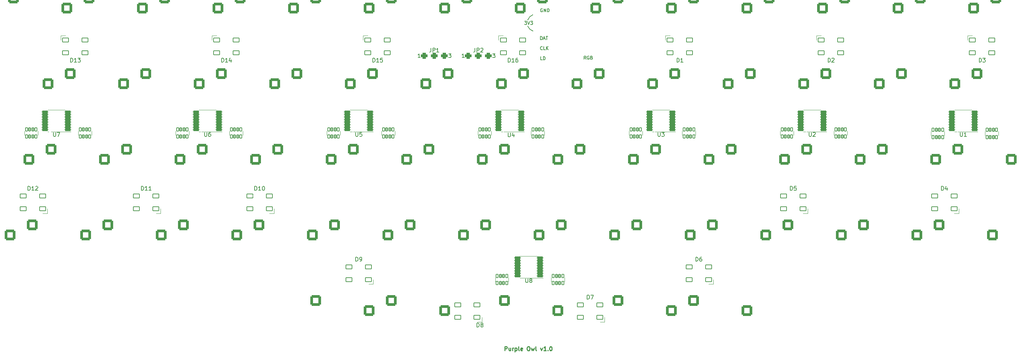
<source format=gbr>
%TF.GenerationSoftware,KiCad,Pcbnew,(6.0.6-0)*%
%TF.CreationDate,2022-08-16T09:08:47-07:00*%
%TF.ProjectId,purple-owl,70757270-6c65-42d6-9f77-6c2e6b696361,1.0*%
%TF.SameCoordinates,Original*%
%TF.FileFunction,Legend,Top*%
%TF.FilePolarity,Positive*%
%FSLAX46Y46*%
G04 Gerber Fmt 4.6, Leading zero omitted, Abs format (unit mm)*
G04 Created by KiCad (PCBNEW (6.0.6-0)) date 2022-08-16 09:08:47*
%MOMM*%
%LPD*%
G01*
G04 APERTURE LIST*
G04 Aperture macros list*
%AMRoundRect*
0 Rectangle with rounded corners*
0 $1 Rounding radius*
0 $2 $3 $4 $5 $6 $7 $8 $9 X,Y pos of 4 corners*
0 Add a 4 corners polygon primitive as box body*
4,1,4,$2,$3,$4,$5,$6,$7,$8,$9,$2,$3,0*
0 Add four circle primitives for the rounded corners*
1,1,$1+$1,$2,$3*
1,1,$1+$1,$4,$5*
1,1,$1+$1,$6,$7*
1,1,$1+$1,$8,$9*
0 Add four rect primitives between the rounded corners*
20,1,$1+$1,$2,$3,$4,$5,0*
20,1,$1+$1,$4,$5,$6,$7,0*
20,1,$1+$1,$6,$7,$8,$9,0*
20,1,$1+$1,$8,$9,$2,$3,0*%
G04 Aperture macros list end*
%ADD10C,0.152400*%
%ADD11C,0.228600*%
%ADD12C,0.150000*%
%ADD13C,0.120000*%
%ADD14C,1.600000*%
%ADD15RoundRect,0.100000X-0.250000X0.400000X-0.250000X-0.400000X0.250000X-0.400000X0.250000X0.400000X0*%
%ADD16RoundRect,0.100000X-0.200000X0.400000X-0.200000X-0.400000X0.200000X-0.400000X0.200000X0.400000X0*%
%ADD17C,3.248000*%
%ADD18C,1.901800*%
%ADD19C,4.187800*%
%ADD20RoundRect,0.354000X-1.016000X-1.016000X1.016000X-1.016000X1.016000X1.016000X-1.016000X1.016000X0*%
%ADD21RoundRect,0.200000X0.637500X0.100000X-0.637500X0.100000X-0.637500X-0.100000X0.637500X-0.100000X0*%
%ADD22RoundRect,0.100000X-0.750000X-0.500000X0.750000X-0.500000X0.750000X0.500000X-0.750000X0.500000X0*%
%ADD23RoundRect,0.450000X0.400000X-0.350000X0.400000X0.350000X-0.400000X0.350000X-0.400000X-0.350000X0*%
%ADD24RoundRect,0.100000X0.750000X0.500000X-0.750000X0.500000X-0.750000X-0.500000X0.750000X-0.500000X0*%
%ADD25RoundRect,0.100000X0.250000X-0.400000X0.250000X0.400000X-0.250000X0.400000X-0.250000X-0.400000X0*%
%ADD26RoundRect,0.100000X0.200000X-0.400000X0.200000X0.400000X-0.200000X0.400000X-0.200000X-0.400000X0*%
%ADD27C,0.800000*%
G04 APERTURE END LIST*
D10*
X210583264Y-94402926D02*
G75*
G03*
X209296000Y-95758000I871736J-2117074D01*
G01*
X209263835Y-97255783D02*
G75*
G03*
X210618874Y-98543061I2117065J871683D01*
G01*
D11*
X203520523Y-179021619D02*
X203520523Y-178005619D01*
X203907571Y-178005619D01*
X204004333Y-178054000D01*
X204052714Y-178102380D01*
X204101095Y-178199142D01*
X204101095Y-178344285D01*
X204052714Y-178441047D01*
X204004333Y-178489428D01*
X203907571Y-178537809D01*
X203520523Y-178537809D01*
X204971952Y-178344285D02*
X204971952Y-179021619D01*
X204536523Y-178344285D02*
X204536523Y-178876476D01*
X204584904Y-178973238D01*
X204681666Y-179021619D01*
X204826809Y-179021619D01*
X204923571Y-178973238D01*
X204971952Y-178924857D01*
X205455761Y-179021619D02*
X205455761Y-178344285D01*
X205455761Y-178537809D02*
X205504142Y-178441047D01*
X205552523Y-178392666D01*
X205649285Y-178344285D01*
X205746047Y-178344285D01*
X206084714Y-178344285D02*
X206084714Y-179360285D01*
X206084714Y-178392666D02*
X206181476Y-178344285D01*
X206375000Y-178344285D01*
X206471761Y-178392666D01*
X206520142Y-178441047D01*
X206568523Y-178537809D01*
X206568523Y-178828095D01*
X206520142Y-178924857D01*
X206471761Y-178973238D01*
X206375000Y-179021619D01*
X206181476Y-179021619D01*
X206084714Y-178973238D01*
X207149095Y-179021619D02*
X207052333Y-178973238D01*
X207003952Y-178876476D01*
X207003952Y-178005619D01*
X207923190Y-178973238D02*
X207826428Y-179021619D01*
X207632904Y-179021619D01*
X207536142Y-178973238D01*
X207487761Y-178876476D01*
X207487761Y-178489428D01*
X207536142Y-178392666D01*
X207632904Y-178344285D01*
X207826428Y-178344285D01*
X207923190Y-178392666D01*
X207971571Y-178489428D01*
X207971571Y-178586190D01*
X207487761Y-178682952D01*
X209374619Y-178005619D02*
X209568142Y-178005619D01*
X209664904Y-178054000D01*
X209761666Y-178150761D01*
X209810047Y-178344285D01*
X209810047Y-178682952D01*
X209761666Y-178876476D01*
X209664904Y-178973238D01*
X209568142Y-179021619D01*
X209374619Y-179021619D01*
X209277857Y-178973238D01*
X209181095Y-178876476D01*
X209132714Y-178682952D01*
X209132714Y-178344285D01*
X209181095Y-178150761D01*
X209277857Y-178054000D01*
X209374619Y-178005619D01*
X210148714Y-178344285D02*
X210342238Y-179021619D01*
X210535761Y-178537809D01*
X210729285Y-179021619D01*
X210922809Y-178344285D01*
X211455000Y-179021619D02*
X211358238Y-178973238D01*
X211309857Y-178876476D01*
X211309857Y-178005619D01*
X212519380Y-178344285D02*
X212761285Y-179021619D01*
X213003190Y-178344285D01*
X213922428Y-179021619D02*
X213341857Y-179021619D01*
X213632142Y-179021619D02*
X213632142Y-178005619D01*
X213535380Y-178150761D01*
X213438619Y-178247523D01*
X213341857Y-178295904D01*
X214357857Y-178924857D02*
X214406238Y-178973238D01*
X214357857Y-179021619D01*
X214309476Y-178973238D01*
X214357857Y-178924857D01*
X214357857Y-179021619D01*
X215035190Y-178005619D02*
X215131952Y-178005619D01*
X215228714Y-178054000D01*
X215277095Y-178102380D01*
X215325476Y-178199142D01*
X215373857Y-178392666D01*
X215373857Y-178634571D01*
X215325476Y-178828095D01*
X215277095Y-178924857D01*
X215228714Y-178973238D01*
X215131952Y-179021619D01*
X215035190Y-179021619D01*
X214938428Y-178973238D01*
X214890047Y-178924857D01*
X214841666Y-178828095D01*
X214793285Y-178634571D01*
X214793285Y-178392666D01*
X214841666Y-178199142D01*
X214890047Y-178102380D01*
X214938428Y-178054000D01*
X215035190Y-178005619D01*
D10*
X212994723Y-92938600D02*
X212917314Y-92899895D01*
X212801200Y-92899895D01*
X212685085Y-92938600D01*
X212607676Y-93016009D01*
X212568971Y-93093419D01*
X212530266Y-93248238D01*
X212530266Y-93364352D01*
X212568971Y-93519171D01*
X212607676Y-93596580D01*
X212685085Y-93673990D01*
X212801200Y-93712695D01*
X212878609Y-93712695D01*
X212994723Y-93673990D01*
X213033428Y-93635285D01*
X213033428Y-93364352D01*
X212878609Y-93364352D01*
X213381771Y-93712695D02*
X213381771Y-92899895D01*
X213846228Y-93712695D01*
X213846228Y-92899895D01*
X214233276Y-93712695D02*
X214233276Y-92899895D01*
X214426800Y-92899895D01*
X214542914Y-92938600D01*
X214620323Y-93016009D01*
X214659028Y-93093419D01*
X214697733Y-93248238D01*
X214697733Y-93364352D01*
X214659028Y-93519171D01*
X214620323Y-93596580D01*
X214542914Y-93673990D01*
X214426800Y-93712695D01*
X214233276Y-93712695D01*
X208543676Y-96074895D02*
X209046838Y-96074895D01*
X208775904Y-96384533D01*
X208892019Y-96384533D01*
X208969428Y-96423238D01*
X209008133Y-96461942D01*
X209046838Y-96539352D01*
X209046838Y-96732876D01*
X209008133Y-96810285D01*
X208969428Y-96848990D01*
X208892019Y-96887695D01*
X208659790Y-96887695D01*
X208582380Y-96848990D01*
X208543676Y-96810285D01*
X209279066Y-96074895D02*
X209550000Y-96887695D01*
X209820933Y-96074895D01*
X210014457Y-96074895D02*
X210517619Y-96074895D01*
X210246685Y-96384533D01*
X210362800Y-96384533D01*
X210440209Y-96423238D01*
X210478914Y-96461942D01*
X210517619Y-96539352D01*
X210517619Y-96732876D01*
X210478914Y-96810285D01*
X210440209Y-96848990D01*
X210362800Y-96887695D01*
X210130571Y-96887695D01*
X210053161Y-96848990D01*
X210014457Y-96810285D01*
X212489142Y-100697695D02*
X212489142Y-99884895D01*
X212682666Y-99884895D01*
X212798780Y-99923600D01*
X212876190Y-100001009D01*
X212914895Y-100078419D01*
X212953600Y-100233238D01*
X212953600Y-100349352D01*
X212914895Y-100504171D01*
X212876190Y-100581580D01*
X212798780Y-100658990D01*
X212682666Y-100697695D01*
X212489142Y-100697695D01*
X213263238Y-100465466D02*
X213650285Y-100465466D01*
X213185828Y-100697695D02*
X213456761Y-99884895D01*
X213727695Y-100697695D01*
X213882514Y-99884895D02*
X214346971Y-99884895D01*
X214114742Y-100697695D02*
X214114742Y-99884895D01*
X212951180Y-105777695D02*
X212564133Y-105777695D01*
X212564133Y-104964895D01*
X213222114Y-105777695D02*
X213222114Y-104964895D01*
X213415638Y-104964895D01*
X213531752Y-105003600D01*
X213609161Y-105081009D01*
X213647866Y-105158419D01*
X213686571Y-105313238D01*
X213686571Y-105429352D01*
X213647866Y-105584171D01*
X213609161Y-105661580D01*
X213531752Y-105738990D01*
X213415638Y-105777695D01*
X213222114Y-105777695D01*
X213003190Y-103160285D02*
X212964485Y-103198990D01*
X212848371Y-103237695D01*
X212770961Y-103237695D01*
X212654847Y-103198990D01*
X212577438Y-103121580D01*
X212538733Y-103044171D01*
X212500028Y-102889352D01*
X212500028Y-102773238D01*
X212538733Y-102618419D01*
X212577438Y-102541009D01*
X212654847Y-102463600D01*
X212770961Y-102424895D01*
X212848371Y-102424895D01*
X212964485Y-102463600D01*
X213003190Y-102502304D01*
X213738580Y-103237695D02*
X213351533Y-103237695D01*
X213351533Y-102424895D01*
X214009514Y-103237695D02*
X214009514Y-102424895D01*
X214473971Y-103237695D02*
X214125628Y-102773238D01*
X214473971Y-102424895D02*
X214009514Y-102889352D01*
X223974780Y-105650695D02*
X223703847Y-105263647D01*
X223510323Y-105650695D02*
X223510323Y-104837895D01*
X223819961Y-104837895D01*
X223897371Y-104876600D01*
X223936076Y-104915304D01*
X223974780Y-104992714D01*
X223974780Y-105108828D01*
X223936076Y-105186238D01*
X223897371Y-105224942D01*
X223819961Y-105263647D01*
X223510323Y-105263647D01*
X224748876Y-104876600D02*
X224671466Y-104837895D01*
X224555352Y-104837895D01*
X224439238Y-104876600D01*
X224361828Y-104954009D01*
X224323123Y-105031419D01*
X224284419Y-105186238D01*
X224284419Y-105302352D01*
X224323123Y-105457171D01*
X224361828Y-105534580D01*
X224439238Y-105611990D01*
X224555352Y-105650695D01*
X224632761Y-105650695D01*
X224748876Y-105611990D01*
X224787580Y-105573285D01*
X224787580Y-105302352D01*
X224632761Y-105302352D01*
X225406857Y-105224942D02*
X225522971Y-105263647D01*
X225561676Y-105302352D01*
X225600380Y-105379761D01*
X225600380Y-105495876D01*
X225561676Y-105573285D01*
X225522971Y-105611990D01*
X225445561Y-105650695D01*
X225135923Y-105650695D01*
X225135923Y-104837895D01*
X225406857Y-104837895D01*
X225484266Y-104876600D01*
X225522971Y-104915304D01*
X225561676Y-104992714D01*
X225561676Y-105070123D01*
X225522971Y-105147533D01*
X225484266Y-105186238D01*
X225406857Y-105224942D01*
X225135923Y-105224942D01*
D12*
%TO.C,U7*%
X89725595Y-124060380D02*
X89725595Y-124869904D01*
X89773214Y-124965142D01*
X89820833Y-125012761D01*
X89916071Y-125060380D01*
X90106547Y-125060380D01*
X90201785Y-125012761D01*
X90249404Y-124965142D01*
X90297023Y-124869904D01*
X90297023Y-124060380D01*
X90677976Y-124060380D02*
X91344642Y-124060380D01*
X90916071Y-125060380D01*
%TO.C,D10*%
X140470089Y-138636755D02*
X140470089Y-137636755D01*
X140708184Y-137636755D01*
X140851041Y-137684375D01*
X140946279Y-137779613D01*
X140993898Y-137874851D01*
X141041517Y-138065327D01*
X141041517Y-138208184D01*
X140993898Y-138398660D01*
X140946279Y-138493898D01*
X140851041Y-138589136D01*
X140708184Y-138636755D01*
X140470089Y-138636755D01*
X141993898Y-138636755D02*
X141422470Y-138636755D01*
X141708184Y-138636755D02*
X141708184Y-137636755D01*
X141612946Y-137779613D01*
X141517708Y-137874851D01*
X141422470Y-137922470D01*
X142612946Y-137636755D02*
X142708184Y-137636755D01*
X142803422Y-137684375D01*
X142851041Y-137731994D01*
X142898660Y-137827232D01*
X142946279Y-138017708D01*
X142946279Y-138255803D01*
X142898660Y-138446279D01*
X142851041Y-138541517D01*
X142803422Y-138589136D01*
X142708184Y-138636755D01*
X142612946Y-138636755D01*
X142517708Y-138589136D01*
X142470089Y-138541517D01*
X142422470Y-138446279D01*
X142374851Y-138255803D01*
X142374851Y-138017708D01*
X142422470Y-137827232D01*
X142470089Y-137731994D01*
X142517708Y-137684375D01*
X142612946Y-137636755D01*
%TO.C,JP1*%
X184904166Y-102830380D02*
X184904166Y-103544666D01*
X184856547Y-103687523D01*
X184761309Y-103782761D01*
X184618452Y-103830380D01*
X184523214Y-103830380D01*
X185380357Y-103830380D02*
X185380357Y-102830380D01*
X185761309Y-102830380D01*
X185856547Y-102878000D01*
X185904166Y-102925619D01*
X185951785Y-103020857D01*
X185951785Y-103163714D01*
X185904166Y-103258952D01*
X185856547Y-103306571D01*
X185761309Y-103354190D01*
X185380357Y-103354190D01*
X186904166Y-103830380D02*
X186332738Y-103830380D01*
X186618452Y-103830380D02*
X186618452Y-102830380D01*
X186523214Y-102973238D01*
X186427976Y-103068476D01*
X186332738Y-103116095D01*
X182213214Y-105227380D02*
X181641785Y-105227380D01*
X181927500Y-105227380D02*
X181927500Y-104227380D01*
X181832261Y-104370238D01*
X181737023Y-104465476D01*
X181641785Y-104513095D01*
X189341166Y-104227380D02*
X189960214Y-104227380D01*
X189626880Y-104608333D01*
X189769738Y-104608333D01*
X189864976Y-104655952D01*
X189912595Y-104703571D01*
X189960214Y-104798809D01*
X189960214Y-105036904D01*
X189912595Y-105132142D01*
X189864976Y-105179761D01*
X189769738Y-105227380D01*
X189484023Y-105227380D01*
X189388785Y-105179761D01*
X189341166Y-105132142D01*
%TO.C,U4*%
X204343095Y-124166380D02*
X204343095Y-124975904D01*
X204390714Y-125071142D01*
X204438333Y-125118761D01*
X204533571Y-125166380D01*
X204724047Y-125166380D01*
X204819285Y-125118761D01*
X204866904Y-125071142D01*
X204914523Y-124975904D01*
X204914523Y-124166380D01*
X205819285Y-124499714D02*
X205819285Y-125166380D01*
X205581190Y-124118761D02*
X205343095Y-124833047D01*
X205962142Y-124833047D01*
%TO.C,U5*%
X165925595Y-124060380D02*
X165925595Y-124869904D01*
X165973214Y-124965142D01*
X166020833Y-125012761D01*
X166116071Y-125060380D01*
X166306547Y-125060380D01*
X166401785Y-125012761D01*
X166449404Y-124965142D01*
X166497023Y-124869904D01*
X166497023Y-124060380D01*
X167449404Y-124060380D02*
X166973214Y-124060380D01*
X166925595Y-124536571D01*
X166973214Y-124488952D01*
X167068452Y-124441333D01*
X167306547Y-124441333D01*
X167401785Y-124488952D01*
X167449404Y-124536571D01*
X167497023Y-124631809D01*
X167497023Y-124869904D01*
X167449404Y-124965142D01*
X167401785Y-125012761D01*
X167306547Y-125060380D01*
X167068452Y-125060380D01*
X166973214Y-125012761D01*
X166925595Y-124965142D01*
%TO.C,D15*%
X170235714Y-106346130D02*
X170235714Y-105346130D01*
X170473809Y-105346130D01*
X170616666Y-105393750D01*
X170711904Y-105488988D01*
X170759523Y-105584226D01*
X170807142Y-105774702D01*
X170807142Y-105917559D01*
X170759523Y-106108035D01*
X170711904Y-106203273D01*
X170616666Y-106298511D01*
X170473809Y-106346130D01*
X170235714Y-106346130D01*
X171759523Y-106346130D02*
X171188095Y-106346130D01*
X171473809Y-106346130D02*
X171473809Y-105346130D01*
X171378571Y-105488988D01*
X171283333Y-105584226D01*
X171188095Y-105631845D01*
X172664285Y-105346130D02*
X172188095Y-105346130D01*
X172140476Y-105822321D01*
X172188095Y-105774702D01*
X172283333Y-105727083D01*
X172521428Y-105727083D01*
X172616666Y-105774702D01*
X172664285Y-105822321D01*
X172711904Y-105917559D01*
X172711904Y-106155654D01*
X172664285Y-106250892D01*
X172616666Y-106298511D01*
X172521428Y-106346130D01*
X172283333Y-106346130D01*
X172188095Y-106298511D01*
X172140476Y-106250892D01*
%TO.C,U1*%
X318325595Y-124060380D02*
X318325595Y-124869904D01*
X318373214Y-124965142D01*
X318420833Y-125012761D01*
X318516071Y-125060380D01*
X318706547Y-125060380D01*
X318801785Y-125012761D01*
X318849404Y-124965142D01*
X318897023Y-124869904D01*
X318897023Y-124060380D01*
X319897023Y-125060380D02*
X319325595Y-125060380D01*
X319611309Y-125060380D02*
X319611309Y-124060380D01*
X319516071Y-124203238D01*
X319420833Y-124298476D01*
X319325595Y-124346095D01*
%TO.C,U6*%
X127825595Y-124060380D02*
X127825595Y-124869904D01*
X127873214Y-124965142D01*
X127920833Y-125012761D01*
X128016071Y-125060380D01*
X128206547Y-125060380D01*
X128301785Y-125012761D01*
X128349404Y-124965142D01*
X128397023Y-124869904D01*
X128397023Y-124060380D01*
X129301785Y-124060380D02*
X129111309Y-124060380D01*
X129016071Y-124108000D01*
X128968452Y-124155619D01*
X128873214Y-124298476D01*
X128825595Y-124488952D01*
X128825595Y-124869904D01*
X128873214Y-124965142D01*
X128920833Y-125012761D01*
X129016071Y-125060380D01*
X129206547Y-125060380D01*
X129301785Y-125012761D01*
X129349404Y-124965142D01*
X129397023Y-124869904D01*
X129397023Y-124631809D01*
X129349404Y-124536571D01*
X129301785Y-124488952D01*
X129206547Y-124441333D01*
X129016071Y-124441333D01*
X128920833Y-124488952D01*
X128873214Y-124536571D01*
X128825595Y-124631809D01*
%TO.C,D12*%
X83320089Y-138636755D02*
X83320089Y-137636755D01*
X83558184Y-137636755D01*
X83701041Y-137684375D01*
X83796279Y-137779613D01*
X83843898Y-137874851D01*
X83891517Y-138065327D01*
X83891517Y-138208184D01*
X83843898Y-138398660D01*
X83796279Y-138493898D01*
X83701041Y-138589136D01*
X83558184Y-138636755D01*
X83320089Y-138636755D01*
X84843898Y-138636755D02*
X84272470Y-138636755D01*
X84558184Y-138636755D02*
X84558184Y-137636755D01*
X84462946Y-137779613D01*
X84367708Y-137874851D01*
X84272470Y-137922470D01*
X85224851Y-137731994D02*
X85272470Y-137684375D01*
X85367708Y-137636755D01*
X85605803Y-137636755D01*
X85701041Y-137684375D01*
X85748660Y-137731994D01*
X85796279Y-137827232D01*
X85796279Y-137922470D01*
X85748660Y-138065327D01*
X85177232Y-138636755D01*
X85796279Y-138636755D01*
%TO.C,D4*%
X313586904Y-138636755D02*
X313586904Y-137636755D01*
X313825000Y-137636755D01*
X313967857Y-137684375D01*
X314063095Y-137779613D01*
X314110714Y-137874851D01*
X314158333Y-138065327D01*
X314158333Y-138208184D01*
X314110714Y-138398660D01*
X314063095Y-138493898D01*
X313967857Y-138589136D01*
X313825000Y-138636755D01*
X313586904Y-138636755D01*
X315015476Y-137970089D02*
X315015476Y-138636755D01*
X314777380Y-137589136D02*
X314539285Y-138303422D01*
X315158333Y-138303422D01*
%TO.C,D9*%
X165949404Y-156496130D02*
X165949404Y-155496130D01*
X166187500Y-155496130D01*
X166330357Y-155543750D01*
X166425595Y-155638988D01*
X166473214Y-155734226D01*
X166520833Y-155924702D01*
X166520833Y-156067559D01*
X166473214Y-156258035D01*
X166425595Y-156353273D01*
X166330357Y-156448511D01*
X166187500Y-156496130D01*
X165949404Y-156496130D01*
X166997023Y-156496130D02*
X167187500Y-156496130D01*
X167282738Y-156448511D01*
X167330357Y-156400892D01*
X167425595Y-156258035D01*
X167473214Y-156067559D01*
X167473214Y-155686607D01*
X167425595Y-155591369D01*
X167377976Y-155543750D01*
X167282738Y-155496130D01*
X167092261Y-155496130D01*
X166997023Y-155543750D01*
X166949404Y-155591369D01*
X166901785Y-155686607D01*
X166901785Y-155924702D01*
X166949404Y-156019940D01*
X166997023Y-156067559D01*
X167092261Y-156115178D01*
X167282738Y-156115178D01*
X167377976Y-156067559D01*
X167425595Y-156019940D01*
X167473214Y-155924702D01*
%TO.C,D2*%
X285011904Y-106346130D02*
X285011904Y-105346130D01*
X285250000Y-105346130D01*
X285392857Y-105393750D01*
X285488095Y-105488988D01*
X285535714Y-105584226D01*
X285583333Y-105774702D01*
X285583333Y-105917559D01*
X285535714Y-106108035D01*
X285488095Y-106203273D01*
X285392857Y-106298511D01*
X285250000Y-106346130D01*
X285011904Y-106346130D01*
X285964285Y-105441369D02*
X286011904Y-105393750D01*
X286107142Y-105346130D01*
X286345238Y-105346130D01*
X286440476Y-105393750D01*
X286488095Y-105441369D01*
X286535714Y-105536607D01*
X286535714Y-105631845D01*
X286488095Y-105774702D01*
X285916666Y-106346130D01*
X286535714Y-106346130D01*
%TO.C,D3*%
X323111904Y-106346130D02*
X323111904Y-105346130D01*
X323350000Y-105346130D01*
X323492857Y-105393750D01*
X323588095Y-105488988D01*
X323635714Y-105584226D01*
X323683333Y-105774702D01*
X323683333Y-105917559D01*
X323635714Y-106108035D01*
X323588095Y-106203273D01*
X323492857Y-106298511D01*
X323350000Y-106346130D01*
X323111904Y-106346130D01*
X324016666Y-105346130D02*
X324635714Y-105346130D01*
X324302380Y-105727083D01*
X324445238Y-105727083D01*
X324540476Y-105774702D01*
X324588095Y-105822321D01*
X324635714Y-105917559D01*
X324635714Y-106155654D01*
X324588095Y-106250892D01*
X324540476Y-106298511D01*
X324445238Y-106346130D01*
X324159523Y-106346130D01*
X324064285Y-106298511D01*
X324016666Y-106250892D01*
%TO.C,D11*%
X111895089Y-138636755D02*
X111895089Y-137636755D01*
X112133184Y-137636755D01*
X112276041Y-137684375D01*
X112371279Y-137779613D01*
X112418898Y-137874851D01*
X112466517Y-138065327D01*
X112466517Y-138208184D01*
X112418898Y-138398660D01*
X112371279Y-138493898D01*
X112276041Y-138589136D01*
X112133184Y-138636755D01*
X111895089Y-138636755D01*
X113418898Y-138636755D02*
X112847470Y-138636755D01*
X113133184Y-138636755D02*
X113133184Y-137636755D01*
X113037946Y-137779613D01*
X112942708Y-137874851D01*
X112847470Y-137922470D01*
X114371279Y-138636755D02*
X113799851Y-138636755D01*
X114085565Y-138636755D02*
X114085565Y-137636755D01*
X113990327Y-137779613D01*
X113895089Y-137874851D01*
X113799851Y-137922470D01*
%TO.C,D7*%
X224290029Y-166021130D02*
X224290029Y-165021130D01*
X224528125Y-165021130D01*
X224670982Y-165068750D01*
X224766220Y-165163988D01*
X224813839Y-165259226D01*
X224861458Y-165449702D01*
X224861458Y-165592559D01*
X224813839Y-165783035D01*
X224766220Y-165878273D01*
X224670982Y-165973511D01*
X224528125Y-166021130D01*
X224290029Y-166021130D01*
X225194791Y-165021130D02*
X225861458Y-165021130D01*
X225432886Y-166021130D01*
%TO.C,JP2*%
X196016666Y-102830380D02*
X196016666Y-103544666D01*
X195969047Y-103687523D01*
X195873809Y-103782761D01*
X195730952Y-103830380D01*
X195635714Y-103830380D01*
X196492857Y-103830380D02*
X196492857Y-102830380D01*
X196873809Y-102830380D01*
X196969047Y-102878000D01*
X197016666Y-102925619D01*
X197064285Y-103020857D01*
X197064285Y-103163714D01*
X197016666Y-103258952D01*
X196969047Y-103306571D01*
X196873809Y-103354190D01*
X196492857Y-103354190D01*
X197445238Y-102925619D02*
X197492857Y-102878000D01*
X197588095Y-102830380D01*
X197826190Y-102830380D01*
X197921428Y-102878000D01*
X197969047Y-102925619D01*
X198016666Y-103020857D01*
X198016666Y-103116095D01*
X197969047Y-103258952D01*
X197397619Y-103830380D01*
X198016666Y-103830380D01*
X200453666Y-104227380D02*
X201072714Y-104227380D01*
X200739380Y-104608333D01*
X200882238Y-104608333D01*
X200977476Y-104655952D01*
X201025095Y-104703571D01*
X201072714Y-104798809D01*
X201072714Y-105036904D01*
X201025095Y-105132142D01*
X200977476Y-105179761D01*
X200882238Y-105227380D01*
X200596523Y-105227380D01*
X200501285Y-105179761D01*
X200453666Y-105132142D01*
X193325714Y-105227380D02*
X192754285Y-105227380D01*
X193040000Y-105227380D02*
X193040000Y-104227380D01*
X192944761Y-104370238D01*
X192849523Y-104465476D01*
X192754285Y-104513095D01*
%TO.C,U8*%
X208788095Y-160858630D02*
X208788095Y-161668154D01*
X208835714Y-161763392D01*
X208883333Y-161811011D01*
X208978571Y-161858630D01*
X209169047Y-161858630D01*
X209264285Y-161811011D01*
X209311904Y-161763392D01*
X209359523Y-161668154D01*
X209359523Y-160858630D01*
X209978571Y-161287202D02*
X209883333Y-161239583D01*
X209835714Y-161191964D01*
X209788095Y-161096726D01*
X209788095Y-161049107D01*
X209835714Y-160953869D01*
X209883333Y-160906250D01*
X209978571Y-160858630D01*
X210169047Y-160858630D01*
X210264285Y-160906250D01*
X210311904Y-160953869D01*
X210359523Y-161049107D01*
X210359523Y-161096726D01*
X210311904Y-161191964D01*
X210264285Y-161239583D01*
X210169047Y-161287202D01*
X209978571Y-161287202D01*
X209883333Y-161334821D01*
X209835714Y-161382440D01*
X209788095Y-161477678D01*
X209788095Y-161668154D01*
X209835714Y-161763392D01*
X209883333Y-161811011D01*
X209978571Y-161858630D01*
X210169047Y-161858630D01*
X210264285Y-161811011D01*
X210311904Y-161763392D01*
X210359523Y-161668154D01*
X210359523Y-161477678D01*
X210311904Y-161382440D01*
X210264285Y-161334821D01*
X210169047Y-161287202D01*
%TO.C,D13*%
X94035714Y-106346130D02*
X94035714Y-105346130D01*
X94273809Y-105346130D01*
X94416666Y-105393750D01*
X94511904Y-105488988D01*
X94559523Y-105584226D01*
X94607142Y-105774702D01*
X94607142Y-105917559D01*
X94559523Y-106108035D01*
X94511904Y-106203273D01*
X94416666Y-106298511D01*
X94273809Y-106346130D01*
X94035714Y-106346130D01*
X95559523Y-106346130D02*
X94988095Y-106346130D01*
X95273809Y-106346130D02*
X95273809Y-105346130D01*
X95178571Y-105488988D01*
X95083333Y-105584226D01*
X94988095Y-105631845D01*
X95892857Y-105346130D02*
X96511904Y-105346130D01*
X96178571Y-105727083D01*
X96321428Y-105727083D01*
X96416666Y-105774702D01*
X96464285Y-105822321D01*
X96511904Y-105917559D01*
X96511904Y-106155654D01*
X96464285Y-106250892D01*
X96416666Y-106298511D01*
X96321428Y-106346130D01*
X96035714Y-106346130D01*
X95940476Y-106298511D01*
X95892857Y-106250892D01*
%TO.C,D16*%
X204366964Y-106346130D02*
X204366964Y-105346130D01*
X204605059Y-105346130D01*
X204747916Y-105393750D01*
X204843154Y-105488988D01*
X204890773Y-105584226D01*
X204938392Y-105774702D01*
X204938392Y-105917559D01*
X204890773Y-106108035D01*
X204843154Y-106203273D01*
X204747916Y-106298511D01*
X204605059Y-106346130D01*
X204366964Y-106346130D01*
X205890773Y-106346130D02*
X205319345Y-106346130D01*
X205605059Y-106346130D02*
X205605059Y-105346130D01*
X205509821Y-105488988D01*
X205414583Y-105584226D01*
X205319345Y-105631845D01*
X206747916Y-105346130D02*
X206557440Y-105346130D01*
X206462202Y-105393750D01*
X206414583Y-105441369D01*
X206319345Y-105584226D01*
X206271726Y-105774702D01*
X206271726Y-106155654D01*
X206319345Y-106250892D01*
X206366964Y-106298511D01*
X206462202Y-106346130D01*
X206652678Y-106346130D01*
X206747916Y-106298511D01*
X206795535Y-106250892D01*
X206843154Y-106155654D01*
X206843154Y-105917559D01*
X206795535Y-105822321D01*
X206747916Y-105774702D01*
X206652678Y-105727083D01*
X206462202Y-105727083D01*
X206366964Y-105774702D01*
X206319345Y-105822321D01*
X206271726Y-105917559D01*
%TO.C,D5*%
X275486904Y-138636755D02*
X275486904Y-137636755D01*
X275725000Y-137636755D01*
X275867857Y-137684375D01*
X275963095Y-137779613D01*
X276010714Y-137874851D01*
X276058333Y-138065327D01*
X276058333Y-138208184D01*
X276010714Y-138398660D01*
X275963095Y-138493898D01*
X275867857Y-138589136D01*
X275725000Y-138636755D01*
X275486904Y-138636755D01*
X276963095Y-137636755D02*
X276486904Y-137636755D01*
X276439285Y-138112946D01*
X276486904Y-138065327D01*
X276582142Y-138017708D01*
X276820238Y-138017708D01*
X276915476Y-138065327D01*
X276963095Y-138112946D01*
X277010714Y-138208184D01*
X277010714Y-138446279D01*
X276963095Y-138541517D01*
X276915476Y-138589136D01*
X276820238Y-138636755D01*
X276582142Y-138636755D01*
X276486904Y-138589136D01*
X276439285Y-138541517D01*
%TO.C,U3*%
X242125595Y-124060380D02*
X242125595Y-124869904D01*
X242173214Y-124965142D01*
X242220833Y-125012761D01*
X242316071Y-125060380D01*
X242506547Y-125060380D01*
X242601785Y-125012761D01*
X242649404Y-124965142D01*
X242697023Y-124869904D01*
X242697023Y-124060380D01*
X243077976Y-124060380D02*
X243697023Y-124060380D01*
X243363690Y-124441333D01*
X243506547Y-124441333D01*
X243601785Y-124488952D01*
X243649404Y-124536571D01*
X243697023Y-124631809D01*
X243697023Y-124869904D01*
X243649404Y-124965142D01*
X243601785Y-125012761D01*
X243506547Y-125060380D01*
X243220833Y-125060380D01*
X243125595Y-125012761D01*
X243077976Y-124965142D01*
%TO.C,D1*%
X246911904Y-106346130D02*
X246911904Y-105346130D01*
X247150000Y-105346130D01*
X247292857Y-105393750D01*
X247388095Y-105488988D01*
X247435714Y-105584226D01*
X247483333Y-105774702D01*
X247483333Y-105917559D01*
X247435714Y-106108035D01*
X247388095Y-106203273D01*
X247292857Y-106298511D01*
X247150000Y-106346130D01*
X246911904Y-106346130D01*
X248435714Y-106346130D02*
X247864285Y-106346130D01*
X248150000Y-106346130D02*
X248150000Y-105346130D01*
X248054761Y-105488988D01*
X247959523Y-105584226D01*
X247864285Y-105631845D01*
%TO.C,U2*%
X280225595Y-124060380D02*
X280225595Y-124869904D01*
X280273214Y-124965142D01*
X280320833Y-125012761D01*
X280416071Y-125060380D01*
X280606547Y-125060380D01*
X280701785Y-125012761D01*
X280749404Y-124965142D01*
X280797023Y-124869904D01*
X280797023Y-124060380D01*
X281225595Y-124155619D02*
X281273214Y-124108000D01*
X281368452Y-124060380D01*
X281606547Y-124060380D01*
X281701785Y-124108000D01*
X281749404Y-124155619D01*
X281797023Y-124250857D01*
X281797023Y-124346095D01*
X281749404Y-124488952D01*
X281177976Y-125060380D01*
X281797023Y-125060380D01*
%TO.C,D6*%
X251674404Y-156496130D02*
X251674404Y-155496130D01*
X251912500Y-155496130D01*
X252055357Y-155543750D01*
X252150595Y-155638988D01*
X252198214Y-155734226D01*
X252245833Y-155924702D01*
X252245833Y-156067559D01*
X252198214Y-156258035D01*
X252150595Y-156353273D01*
X252055357Y-156448511D01*
X251912500Y-156496130D01*
X251674404Y-156496130D01*
X253102976Y-155496130D02*
X252912500Y-155496130D01*
X252817261Y-155543750D01*
X252769642Y-155591369D01*
X252674404Y-155734226D01*
X252626785Y-155924702D01*
X252626785Y-156305654D01*
X252674404Y-156400892D01*
X252722023Y-156448511D01*
X252817261Y-156496130D01*
X253007738Y-156496130D01*
X253102976Y-156448511D01*
X253150595Y-156400892D01*
X253198214Y-156305654D01*
X253198214Y-156067559D01*
X253150595Y-155972321D01*
X253102976Y-155924702D01*
X253007738Y-155877083D01*
X252817261Y-155877083D01*
X252722023Y-155924702D01*
X252674404Y-155972321D01*
X252626785Y-156067559D01*
%TO.C,D8*%
X196508779Y-173093005D02*
X196508779Y-172093005D01*
X196746875Y-172093005D01*
X196889732Y-172140625D01*
X196984970Y-172235863D01*
X197032589Y-172331101D01*
X197080208Y-172521577D01*
X197080208Y-172664434D01*
X197032589Y-172854910D01*
X196984970Y-172950148D01*
X196889732Y-173045386D01*
X196746875Y-173093005D01*
X196508779Y-173093005D01*
X197651636Y-172521577D02*
X197556398Y-172473958D01*
X197508779Y-172426339D01*
X197461160Y-172331101D01*
X197461160Y-172283482D01*
X197508779Y-172188244D01*
X197556398Y-172140625D01*
X197651636Y-172093005D01*
X197842113Y-172093005D01*
X197937351Y-172140625D01*
X197984970Y-172188244D01*
X198032589Y-172283482D01*
X198032589Y-172331101D01*
X197984970Y-172426339D01*
X197937351Y-172473958D01*
X197842113Y-172521577D01*
X197651636Y-172521577D01*
X197556398Y-172569196D01*
X197508779Y-172616815D01*
X197461160Y-172712053D01*
X197461160Y-172902529D01*
X197508779Y-172997767D01*
X197556398Y-173045386D01*
X197651636Y-173093005D01*
X197842113Y-173093005D01*
X197937351Y-173045386D01*
X197984970Y-172997767D01*
X198032589Y-172902529D01*
X198032589Y-172712053D01*
X197984970Y-172616815D01*
X197937351Y-172569196D01*
X197842113Y-172521577D01*
%TO.C,D14*%
X132135714Y-106346130D02*
X132135714Y-105346130D01*
X132373809Y-105346130D01*
X132516666Y-105393750D01*
X132611904Y-105488988D01*
X132659523Y-105584226D01*
X132707142Y-105774702D01*
X132707142Y-105917559D01*
X132659523Y-106108035D01*
X132611904Y-106203273D01*
X132516666Y-106298511D01*
X132373809Y-106346130D01*
X132135714Y-106346130D01*
X133659523Y-106346130D02*
X133088095Y-106346130D01*
X133373809Y-106346130D02*
X133373809Y-105346130D01*
X133278571Y-105488988D01*
X133183333Y-105584226D01*
X133088095Y-105631845D01*
X134516666Y-105679464D02*
X134516666Y-106346130D01*
X134278571Y-105298511D02*
X134040476Y-106012797D01*
X134659523Y-106012797D01*
D13*
%TO.C,RN6*%
X234857500Y-124721875D02*
X234857500Y-123721875D01*
X238217500Y-124721875D02*
X238217500Y-123721875D01*
%TO.C,U7*%
X90487500Y-123893000D02*
X94087500Y-123893000D01*
X90487500Y-118423000D02*
X92687500Y-118423000D01*
X90487500Y-118423000D02*
X88287500Y-118423000D01*
X90487500Y-123893000D02*
X88287500Y-123893000D01*
%TO.C,D10*%
X145334375Y-144434375D02*
X144184375Y-144434375D01*
X145334375Y-144434375D02*
X145334375Y-143284375D01*
%TO.C,U4*%
X204787500Y-118423000D02*
X202587500Y-118423000D01*
X204787500Y-123893000D02*
X202587500Y-123893000D01*
X204787500Y-118423000D02*
X206987500Y-118423000D01*
X204787500Y-123893000D02*
X208387500Y-123893000D01*
%TO.C,U5*%
X166687500Y-118423000D02*
X164487500Y-118423000D01*
X166687500Y-123893000D02*
X164487500Y-123893000D01*
X166687500Y-118423000D02*
X168887500Y-118423000D01*
X166687500Y-123893000D02*
X170287500Y-123893000D01*
%TO.C,D15*%
X167800000Y-99643750D02*
X168950000Y-99643750D01*
X167800000Y-99643750D02*
X167800000Y-100793750D01*
%TO.C,RN1*%
X324583000Y-123833000D02*
X324583000Y-124833000D01*
X327943000Y-123833000D02*
X327943000Y-124833000D01*
%TO.C,RN9*%
X172437000Y-123721875D02*
X172437000Y-124721875D01*
X175797000Y-123721875D02*
X175797000Y-124721875D01*
%TO.C,U1*%
X319087500Y-123893000D02*
X322687500Y-123893000D01*
X319087500Y-118423000D02*
X316887500Y-118423000D01*
X319087500Y-123893000D02*
X316887500Y-123893000D01*
X319087500Y-118423000D02*
X321287500Y-118423000D01*
%TO.C,U6*%
X128587500Y-118423000D02*
X130787500Y-118423000D01*
X128587500Y-123893000D02*
X126387500Y-123893000D01*
X128587500Y-118423000D02*
X126387500Y-118423000D01*
X128587500Y-123893000D02*
X132187500Y-123893000D01*
%TO.C,RN10*%
X162017500Y-124721875D02*
X162017500Y-123721875D01*
X158657500Y-124721875D02*
X158657500Y-123721875D01*
%TO.C,RN5*%
X251616000Y-123706000D02*
X251616000Y-124706000D01*
X248256000Y-123706000D02*
X248256000Y-124706000D01*
%TO.C,D12*%
X88184375Y-144434375D02*
X87034375Y-144434375D01*
X88184375Y-144434375D02*
X88184375Y-143284375D01*
%TO.C,D4*%
X317975000Y-144434375D02*
X316825000Y-144434375D01*
X317975000Y-144434375D02*
X317975000Y-143284375D01*
%TO.C,D9*%
X170337500Y-162293750D02*
X170337500Y-161143750D01*
X170337500Y-162293750D02*
X169187500Y-162293750D01*
%TO.C,D2*%
X282100000Y-99643750D02*
X282100000Y-100793750D01*
X282100000Y-99643750D02*
X283250000Y-99643750D01*
%TO.C,D3*%
X320200000Y-99643750D02*
X320200000Y-100793750D01*
X320200000Y-99643750D02*
X321350000Y-99643750D01*
%TO.C,RN12*%
X123917500Y-124721875D02*
X123917500Y-123721875D01*
X120557500Y-124721875D02*
X120557500Y-123721875D01*
%TO.C,D11*%
X116759375Y-144434375D02*
X115609375Y-144434375D01*
X116759375Y-144434375D02*
X116759375Y-143284375D01*
%TO.C,D7*%
X228678125Y-171818750D02*
X227528125Y-171818750D01*
X228678125Y-171818750D02*
X228678125Y-170668750D01*
%TO.C,RN11*%
X137443000Y-123721875D02*
X137443000Y-124721875D01*
X134083000Y-123721875D02*
X134083000Y-124721875D01*
%TO.C,RN7*%
X213516000Y-123721875D02*
X213516000Y-124721875D01*
X210156000Y-123721875D02*
X210156000Y-124721875D01*
%TO.C,U8*%
X209550000Y-155221250D02*
X207350000Y-155221250D01*
X209550000Y-160691250D02*
X207350000Y-160691250D01*
X209550000Y-160691250D02*
X213150000Y-160691250D01*
X209550000Y-155221250D02*
X211750000Y-155221250D01*
%TO.C,D13*%
X91600000Y-99643750D02*
X91600000Y-100793750D01*
X91600000Y-99643750D02*
X92750000Y-99643750D01*
%TO.C,RN14*%
X82457500Y-124721875D02*
X82457500Y-123721875D01*
X85817500Y-124721875D02*
X85817500Y-123721875D01*
%TO.C,D16*%
X201931250Y-99643750D02*
X201931250Y-100793750D01*
X201931250Y-99643750D02*
X203081250Y-99643750D01*
%TO.C,D5*%
X279875000Y-144434375D02*
X278725000Y-144434375D01*
X279875000Y-144434375D02*
X279875000Y-143284375D01*
%TO.C,RN8*%
X200117500Y-124721875D02*
X200117500Y-123721875D01*
X196757500Y-124721875D02*
X196757500Y-123721875D01*
%TO.C,U3*%
X242887500Y-118423000D02*
X245087500Y-118423000D01*
X242887500Y-118423000D02*
X240687500Y-118423000D01*
X242887500Y-123893000D02*
X246487500Y-123893000D01*
X242887500Y-123893000D02*
X240687500Y-123893000D01*
%TO.C,RN4*%
X276317500Y-124721875D02*
X276317500Y-123721875D01*
X272957500Y-124721875D02*
X272957500Y-123721875D01*
%TO.C,RN15*%
X215236000Y-160631250D02*
X215236000Y-161631250D01*
X218596000Y-160631250D02*
X218596000Y-161631250D01*
%TO.C,RN3*%
X286483000Y-123721875D02*
X286483000Y-124721875D01*
X289843000Y-123721875D02*
X289843000Y-124721875D01*
%TO.C,RN2*%
X314354000Y-124833000D02*
X314354000Y-123833000D01*
X310994000Y-124833000D02*
X310994000Y-123833000D01*
%TO.C,D1*%
X244000000Y-99643750D02*
X244000000Y-100793750D01*
X244000000Y-99643750D02*
X245150000Y-99643750D01*
%TO.C,RN13*%
X99343000Y-123721875D02*
X99343000Y-124721875D01*
X95983000Y-123721875D02*
X95983000Y-124721875D01*
%TO.C,RN16*%
X204483125Y-161631250D02*
X204483125Y-160631250D01*
X201123125Y-161631250D02*
X201123125Y-160631250D01*
%TO.C,U2*%
X280987500Y-118423000D02*
X278787500Y-118423000D01*
X280987500Y-123893000D02*
X284587500Y-123893000D01*
X280987500Y-118423000D02*
X283187500Y-118423000D01*
X280987500Y-123893000D02*
X278787500Y-123893000D01*
%TO.C,D6*%
X256062500Y-162293750D02*
X254912500Y-162293750D01*
X256062500Y-162293750D02*
X256062500Y-161143750D01*
%TO.C,D8*%
X197721875Y-171818750D02*
X197721875Y-170668750D01*
X197721875Y-171818750D02*
X196571875Y-171818750D01*
%TO.C,D14*%
X129700000Y-99643750D02*
X130850000Y-99643750D01*
X129700000Y-99643750D02*
X129700000Y-100793750D01*
%TD*%
%LPC*%
D14*
%TO.C,U9*%
X211455000Y-92670546D03*
X211455000Y-95210546D03*
X211455000Y-97750546D03*
X211455000Y-100290546D03*
X211455000Y-102830546D03*
X211455000Y-105370546D03*
X226695000Y-105370546D03*
X226695000Y-102830546D03*
X226695000Y-100290546D03*
X226695000Y-97750546D03*
X226695000Y-95210546D03*
%TD*%
D15*
%TO.C,RN6*%
X237737500Y-123321875D03*
D16*
X236937500Y-123321875D03*
X236137500Y-123321875D03*
D15*
X235337500Y-123321875D03*
X235337500Y-125121875D03*
D16*
X236137500Y-125121875D03*
X236937500Y-125121875D03*
D15*
X237737500Y-125121875D03*
%TD*%
D17*
%TO.C,SW36*%
X170497500Y-149860000D03*
D18*
X161607500Y-152400000D03*
D17*
X164147500Y-147320000D03*
D18*
X171767500Y-152400000D03*
D19*
X166687500Y-152400000D03*
D20*
X160591500Y-147320000D03*
X174053500Y-149860000D03*
%TD*%
D18*
%TO.C,SW32*%
X190817500Y-152400000D03*
D17*
X189547500Y-149860000D03*
X183197500Y-147320000D03*
D18*
X180657500Y-152400000D03*
D19*
X185737500Y-152400000D03*
D20*
X179641500Y-147320000D03*
X193103500Y-149860000D03*
%TD*%
D21*
%TO.C,U7*%
X93350000Y-123433000D03*
X93350000Y-122783000D03*
X93350000Y-122133000D03*
X93350000Y-121483000D03*
X93350000Y-120833000D03*
X93350000Y-120183000D03*
X93350000Y-119533000D03*
X93350000Y-118883000D03*
X87625000Y-118883000D03*
X87625000Y-119533000D03*
X87625000Y-120183000D03*
X87625000Y-120833000D03*
X87625000Y-121483000D03*
X87625000Y-122133000D03*
X87625000Y-122783000D03*
X87625000Y-123433000D03*
%TD*%
D22*
%TO.C,D10*%
X139234375Y-140084375D03*
X139234375Y-143284375D03*
X144134375Y-143284375D03*
X144134375Y-140084375D03*
%TD*%
D23*
%TO.C,JP1*%
X183197500Y-104775000D03*
X185737500Y-104775000D03*
X188277500Y-104775000D03*
%TD*%
D21*
%TO.C,U4*%
X207650000Y-123433000D03*
X207650000Y-122783000D03*
X207650000Y-122133000D03*
X207650000Y-121483000D03*
X207650000Y-120833000D03*
X207650000Y-120183000D03*
X207650000Y-119533000D03*
X207650000Y-118883000D03*
X201925000Y-118883000D03*
X201925000Y-119533000D03*
X201925000Y-120183000D03*
X201925000Y-120833000D03*
X201925000Y-121483000D03*
X201925000Y-122133000D03*
X201925000Y-122783000D03*
X201925000Y-123433000D03*
%TD*%
%TO.C,U5*%
X169550000Y-123433000D03*
X169550000Y-122783000D03*
X169550000Y-122133000D03*
X169550000Y-121483000D03*
X169550000Y-120833000D03*
X169550000Y-120183000D03*
X169550000Y-119533000D03*
X169550000Y-118883000D03*
X163825000Y-118883000D03*
X163825000Y-119533000D03*
X163825000Y-120183000D03*
X163825000Y-120833000D03*
X163825000Y-121483000D03*
X163825000Y-122133000D03*
X163825000Y-122783000D03*
X163825000Y-123433000D03*
%TD*%
D18*
%TO.C,SW29*%
X205105000Y-95250000D03*
D17*
X197485000Y-90170000D03*
D19*
X200025000Y-95250000D03*
D17*
X203835000Y-92710000D03*
D18*
X194945000Y-95250000D03*
D20*
X193929000Y-90170000D03*
X207391000Y-92710000D03*
%TD*%
D24*
%TO.C,D15*%
X173900000Y-103993750D03*
X173900000Y-100793750D03*
X169000000Y-100793750D03*
X169000000Y-103993750D03*
%TD*%
D18*
%TO.C,SW48*%
X104457500Y-152400000D03*
D19*
X109537500Y-152400000D03*
D18*
X114617500Y-152400000D03*
D17*
X106997500Y-147320000D03*
X113347500Y-149860000D03*
D20*
X103441500Y-147320000D03*
X116903500Y-149860000D03*
%TD*%
D17*
%TO.C,SW4*%
X316547500Y-147320000D03*
D18*
X324167500Y-152400000D03*
D19*
X319087500Y-152400000D03*
D18*
X314007500Y-152400000D03*
D17*
X322897500Y-149860000D03*
D20*
X312991500Y-147320000D03*
X326453500Y-149860000D03*
%TD*%
D19*
%TO.C,SW6*%
X309562500Y-114300000D03*
D17*
X307022500Y-109220000D03*
D18*
X314642500Y-114300000D03*
X304482500Y-114300000D03*
D17*
X313372500Y-111760000D03*
D20*
X303466500Y-109220000D03*
X316928500Y-111760000D03*
%TD*%
D17*
%TO.C,SW37*%
X159385000Y-90170000D03*
D18*
X156845000Y-95250000D03*
D17*
X165735000Y-92710000D03*
D19*
X161925000Y-95250000D03*
D18*
X167005000Y-95250000D03*
D20*
X155829000Y-90170000D03*
X169291000Y-92710000D03*
%TD*%
D17*
%TO.C,SW45*%
X121285000Y-90170000D03*
D18*
X118745000Y-95250000D03*
D19*
X123825000Y-95250000D03*
D18*
X128905000Y-95250000D03*
D17*
X127635000Y-92710000D03*
D20*
X117729000Y-90170000D03*
X131191000Y-92710000D03*
%TD*%
D25*
%TO.C,RN1*%
X325063000Y-125233000D03*
D26*
X325863000Y-125233000D03*
X326663000Y-125233000D03*
D25*
X327463000Y-125233000D03*
X327463000Y-123433000D03*
D26*
X326663000Y-123433000D03*
X325863000Y-123433000D03*
D25*
X325063000Y-123433000D03*
%TD*%
%TO.C,RN9*%
X172917000Y-125121875D03*
D26*
X173717000Y-125121875D03*
X174517000Y-125121875D03*
D25*
X175317000Y-125121875D03*
X175317000Y-123321875D03*
D26*
X174517000Y-123321875D03*
X173717000Y-123321875D03*
D25*
X172917000Y-123321875D03*
%TD*%
D21*
%TO.C,U1*%
X321950000Y-123433000D03*
X321950000Y-122783000D03*
X321950000Y-122133000D03*
X321950000Y-121483000D03*
X321950000Y-120833000D03*
X321950000Y-120183000D03*
X321950000Y-119533000D03*
X321950000Y-118883000D03*
X316225000Y-118883000D03*
X316225000Y-119533000D03*
X316225000Y-120183000D03*
X316225000Y-120833000D03*
X316225000Y-121483000D03*
X316225000Y-122133000D03*
X316225000Y-122783000D03*
X316225000Y-123433000D03*
%TD*%
D17*
%TO.C,SW50*%
X97472500Y-109220000D03*
D19*
X100012500Y-114300000D03*
D18*
X94932500Y-114300000D03*
D17*
X103822500Y-111760000D03*
D18*
X105092500Y-114300000D03*
D20*
X93916500Y-109220000D03*
X107378500Y-111760000D03*
%TD*%
D18*
%TO.C,SW30*%
X190182500Y-114300000D03*
D17*
X192722500Y-109220000D03*
X199072500Y-111760000D03*
D18*
X200342500Y-114300000D03*
D19*
X195262500Y-114300000D03*
D20*
X189166500Y-109220000D03*
X202628500Y-111760000D03*
%TD*%
D17*
%TO.C,SW9*%
X299085000Y-92710000D03*
X292735000Y-90170000D03*
D18*
X290195000Y-95250000D03*
D19*
X295275000Y-95250000D03*
D18*
X300355000Y-95250000D03*
D20*
X289179000Y-90170000D03*
X302641000Y-92710000D03*
%TD*%
D21*
%TO.C,U6*%
X131450000Y-123433000D03*
X131450000Y-122783000D03*
X131450000Y-122133000D03*
X131450000Y-121483000D03*
X131450000Y-120833000D03*
X131450000Y-120183000D03*
X131450000Y-119533000D03*
X131450000Y-118883000D03*
X125725000Y-118883000D03*
X125725000Y-119533000D03*
X125725000Y-120183000D03*
X125725000Y-120833000D03*
X125725000Y-121483000D03*
X125725000Y-122133000D03*
X125725000Y-122783000D03*
X125725000Y-123433000D03*
%TD*%
D15*
%TO.C,RN10*%
X161537500Y-123321875D03*
D16*
X160737500Y-123321875D03*
X159937500Y-123321875D03*
D15*
X159137500Y-123321875D03*
X159137500Y-125121875D03*
D16*
X159937500Y-125121875D03*
X160737500Y-125121875D03*
D15*
X161537500Y-125121875D03*
%TD*%
D18*
%TO.C,SW61*%
X167005000Y-171450000D03*
D19*
X161925000Y-171450000D03*
D17*
X159385000Y-166370000D03*
D18*
X156845000Y-171450000D03*
D17*
X165735000Y-168910000D03*
D20*
X155829000Y-166370000D03*
X169291000Y-168910000D03*
%TD*%
D25*
%TO.C,RN5*%
X248736000Y-125106000D03*
D26*
X249536000Y-125106000D03*
X250336000Y-125106000D03*
D25*
X251136000Y-125106000D03*
X251136000Y-123306000D03*
D26*
X250336000Y-123306000D03*
X249536000Y-123306000D03*
D25*
X248736000Y-123306000D03*
%TD*%
D18*
%TO.C,SW52*%
X95567500Y-152400000D03*
D17*
X94297500Y-149860000D03*
D19*
X90487500Y-152400000D03*
D17*
X87947500Y-147320000D03*
D18*
X85407500Y-152400000D03*
D20*
X84391500Y-147320000D03*
X97853500Y-149860000D03*
%TD*%
D17*
%TO.C,SW55*%
X73660000Y-128270000D03*
D18*
X71120000Y-133350000D03*
D17*
X80010000Y-130810000D03*
D19*
X76200000Y-133350000D03*
D18*
X81280000Y-133350000D03*
D20*
X70104000Y-128270000D03*
X83566000Y-130810000D03*
%TD*%
D18*
%TO.C,SW16*%
X256857500Y-152400000D03*
X267017500Y-152400000D03*
D19*
X261937500Y-152400000D03*
D17*
X259397500Y-147320000D03*
X265747500Y-149860000D03*
D20*
X255841500Y-147320000D03*
X269303500Y-149860000D03*
%TD*%
D19*
%TO.C,SW47*%
X114300000Y-133350000D03*
D18*
X109220000Y-133350000D03*
D17*
X118110000Y-130810000D03*
D18*
X119380000Y-133350000D03*
D17*
X111760000Y-128270000D03*
D20*
X108204000Y-128270000D03*
X121666000Y-130810000D03*
%TD*%
D22*
%TO.C,D12*%
X82084375Y-140084375D03*
X82084375Y-143284375D03*
X86984375Y-143284375D03*
X86984375Y-140084375D03*
%TD*%
D17*
%TO.C,SW56*%
X75247500Y-149860000D03*
D19*
X71437500Y-152400000D03*
D17*
X68897500Y-147320000D03*
D18*
X66357500Y-152400000D03*
X76517500Y-152400000D03*
D20*
X65341500Y-147320000D03*
X78803500Y-149860000D03*
%TD*%
D22*
%TO.C,D4*%
X311875000Y-140084375D03*
X311875000Y-143284375D03*
X316775000Y-143284375D03*
X316775000Y-140084375D03*
%TD*%
D19*
%TO.C,SW46*%
X119062500Y-114300000D03*
D18*
X113982500Y-114300000D03*
X124142500Y-114300000D03*
D17*
X116522500Y-109220000D03*
X122872500Y-111760000D03*
D20*
X112966500Y-109220000D03*
X126428500Y-111760000D03*
%TD*%
D22*
%TO.C,D9*%
X164237500Y-157943750D03*
X164237500Y-161143750D03*
X169137500Y-161143750D03*
X169137500Y-157943750D03*
%TD*%
D18*
%TO.C,SW18*%
X257492500Y-114300000D03*
D17*
X249872500Y-109220000D03*
D19*
X252412500Y-114300000D03*
D18*
X247332500Y-114300000D03*
D17*
X256222500Y-111760000D03*
D20*
X246316500Y-109220000D03*
X259778500Y-111760000D03*
%TD*%
D24*
%TO.C,D2*%
X288200000Y-103993750D03*
X288200000Y-100793750D03*
X283300000Y-100793750D03*
X283300000Y-103993750D03*
%TD*%
D18*
%TO.C,SW3*%
X318770000Y-133350000D03*
D17*
X327660000Y-130810000D03*
D18*
X328930000Y-133350000D03*
D17*
X321310000Y-128270000D03*
D19*
X323850000Y-133350000D03*
D20*
X317754000Y-128270000D03*
X331216000Y-130810000D03*
%TD*%
D24*
%TO.C,D3*%
X326300000Y-103993750D03*
X326300000Y-100793750D03*
X321400000Y-100793750D03*
X321400000Y-103993750D03*
%TD*%
D19*
%TO.C,SW58*%
X238125000Y-171450000D03*
D17*
X241935000Y-168910000D03*
X235585000Y-166370000D03*
D18*
X243205000Y-171450000D03*
X233045000Y-171450000D03*
D20*
X232029000Y-166370000D03*
X245491000Y-168910000D03*
%TD*%
D18*
%TO.C,SW42*%
X143192500Y-114300000D03*
D17*
X141922500Y-111760000D03*
D18*
X133032500Y-114300000D03*
D17*
X135572500Y-109220000D03*
D19*
X138112500Y-114300000D03*
D20*
X132016500Y-109220000D03*
X145478500Y-111760000D03*
%TD*%
D17*
%TO.C,SW13*%
X280035000Y-92710000D03*
D18*
X271145000Y-95250000D03*
D19*
X276225000Y-95250000D03*
D17*
X273685000Y-90170000D03*
D18*
X281305000Y-95250000D03*
D20*
X270129000Y-90170000D03*
X283591000Y-92710000D03*
%TD*%
D17*
%TO.C,SW59*%
X207010000Y-166370000D03*
D19*
X209550000Y-171450000D03*
X221488000Y-163195000D03*
D18*
X214630000Y-171450000D03*
X204470000Y-171450000D03*
D17*
X213360000Y-168910000D03*
X197612000Y-178435000D03*
X221488000Y-178435000D03*
D19*
X197612000Y-163195000D03*
D20*
X203454000Y-166370000D03*
X216916000Y-168910000D03*
%TD*%
D18*
%TO.C,SW24*%
X228917500Y-152400000D03*
X218757500Y-152400000D03*
D17*
X227647500Y-149860000D03*
D19*
X223837500Y-152400000D03*
D17*
X221297500Y-147320000D03*
D20*
X217741500Y-147320000D03*
X231203500Y-149860000D03*
%TD*%
D18*
%TO.C,SW21*%
X233045000Y-95250000D03*
D17*
X241935000Y-92710000D03*
X235585000Y-90170000D03*
D18*
X243205000Y-95250000D03*
D19*
X238125000Y-95250000D03*
D20*
X232029000Y-90170000D03*
X245491000Y-92710000D03*
%TD*%
D18*
%TO.C,SW38*%
X152082500Y-114300000D03*
D19*
X157162500Y-114300000D03*
D17*
X160972500Y-111760000D03*
X154622500Y-109220000D03*
D18*
X162242500Y-114300000D03*
D20*
X151066500Y-109220000D03*
X164528500Y-111760000D03*
%TD*%
D18*
%TO.C,SW8*%
X294957500Y-152400000D03*
D17*
X303847500Y-149860000D03*
X297497500Y-147320000D03*
D19*
X300037500Y-152400000D03*
D18*
X305117500Y-152400000D03*
D20*
X293941500Y-147320000D03*
X307403500Y-149860000D03*
%TD*%
D15*
%TO.C,RN12*%
X123437500Y-123321875D03*
D16*
X122637500Y-123321875D03*
X121837500Y-123321875D03*
D15*
X121037500Y-123321875D03*
X121037500Y-125121875D03*
D16*
X121837500Y-125121875D03*
X122637500Y-125121875D03*
D15*
X123437500Y-125121875D03*
%TD*%
D19*
%TO.C,SW33*%
X180975000Y-95250000D03*
D18*
X175895000Y-95250000D03*
D17*
X184785000Y-92710000D03*
X178435000Y-90170000D03*
D18*
X186055000Y-95250000D03*
D20*
X174879000Y-90170000D03*
X188341000Y-92710000D03*
%TD*%
D19*
%TO.C,SW1*%
X333375000Y-95250000D03*
D17*
X337185000Y-92710000D03*
D18*
X328295000Y-95250000D03*
D17*
X330835000Y-90170000D03*
D18*
X338455000Y-95250000D03*
D20*
X327279000Y-90170000D03*
X340741000Y-92710000D03*
%TD*%
D18*
%TO.C,SW57*%
X252095000Y-171450000D03*
D17*
X260985000Y-168910000D03*
X254635000Y-166370000D03*
D19*
X257175000Y-171450000D03*
D18*
X262255000Y-171450000D03*
D20*
X251079000Y-166370000D03*
X264541000Y-168910000D03*
%TD*%
D22*
%TO.C,D11*%
X110659375Y-140084375D03*
X110659375Y-143284375D03*
X115559375Y-143284375D03*
X115559375Y-140084375D03*
%TD*%
D19*
%TO.C,SW40*%
X147637500Y-152400000D03*
D18*
X142557500Y-152400000D03*
D17*
X151447500Y-149860000D03*
X145097500Y-147320000D03*
D18*
X152717500Y-152400000D03*
D20*
X141541500Y-147320000D03*
X155003500Y-149860000D03*
%TD*%
D18*
%TO.C,SW28*%
X209867500Y-152400000D03*
X199707500Y-152400000D03*
D17*
X202247500Y-147320000D03*
D19*
X204787500Y-152400000D03*
D17*
X208597500Y-149860000D03*
D20*
X198691500Y-147320000D03*
X212153500Y-149860000D03*
%TD*%
D22*
%TO.C,D7*%
X222578125Y-167468750D03*
X222578125Y-170668750D03*
X227478125Y-170668750D03*
X227478125Y-167468750D03*
%TD*%
D25*
%TO.C,RN11*%
X134563000Y-125121875D03*
D26*
X135363000Y-125121875D03*
X136163000Y-125121875D03*
D25*
X136963000Y-125121875D03*
X136963000Y-123321875D03*
D26*
X136163000Y-123321875D03*
X135363000Y-123321875D03*
D25*
X134563000Y-123321875D03*
%TD*%
D18*
%TO.C,SW54*%
X75882500Y-114300000D03*
X86042500Y-114300000D03*
D17*
X78422500Y-109220000D03*
X84772500Y-111760000D03*
D19*
X80962500Y-114300000D03*
D20*
X74866500Y-109220000D03*
X88328500Y-111760000D03*
%TD*%
D17*
%TO.C,SW12*%
X284797500Y-149860000D03*
D18*
X275907500Y-152400000D03*
D17*
X278447500Y-147320000D03*
D19*
X280987500Y-152400000D03*
D18*
X286067500Y-152400000D03*
D20*
X274891500Y-147320000D03*
X288353500Y-149860000D03*
%TD*%
D18*
%TO.C,SW7*%
X309880000Y-133350000D03*
X299720000Y-133350000D03*
D17*
X308610000Y-130810000D03*
D19*
X304800000Y-133350000D03*
D17*
X302260000Y-128270000D03*
D20*
X298704000Y-128270000D03*
X312166000Y-130810000D03*
%TD*%
D23*
%TO.C,JP2*%
X194310000Y-104775000D03*
X196850000Y-104775000D03*
X199390000Y-104775000D03*
%TD*%
D19*
%TO.C,SW10*%
X290512500Y-114300000D03*
D18*
X285432500Y-114300000D03*
D17*
X287972500Y-109220000D03*
X294322500Y-111760000D03*
D18*
X295592500Y-114300000D03*
D20*
X284416500Y-109220000D03*
X297878500Y-111760000D03*
%TD*%
D18*
%TO.C,SW49*%
X109855000Y-95250000D03*
D17*
X102235000Y-90170000D03*
D18*
X99695000Y-95250000D03*
D17*
X108585000Y-92710000D03*
D19*
X104775000Y-95250000D03*
D20*
X98679000Y-90170000D03*
X112141000Y-92710000D03*
%TD*%
D17*
%TO.C,SW39*%
X156210000Y-130810000D03*
X149860000Y-128270000D03*
D19*
X152400000Y-133350000D03*
D18*
X147320000Y-133350000D03*
X157480000Y-133350000D03*
D20*
X146304000Y-128270000D03*
X159766000Y-130810000D03*
%TD*%
D25*
%TO.C,RN7*%
X210636000Y-125121875D03*
D26*
X211436000Y-125121875D03*
X212236000Y-125121875D03*
D25*
X213036000Y-125121875D03*
X213036000Y-123321875D03*
D26*
X212236000Y-123321875D03*
X211436000Y-123321875D03*
D25*
X210636000Y-123321875D03*
%TD*%
D17*
%TO.C,SW51*%
X92710000Y-128270000D03*
D18*
X90170000Y-133350000D03*
D17*
X99060000Y-130810000D03*
D18*
X100330000Y-133350000D03*
D19*
X95250000Y-133350000D03*
D20*
X89154000Y-128270000D03*
X102616000Y-130810000D03*
%TD*%
D21*
%TO.C,U8*%
X212412500Y-160231250D03*
X212412500Y-159581250D03*
X212412500Y-158931250D03*
X212412500Y-158281250D03*
X212412500Y-157631250D03*
X212412500Y-156981250D03*
X212412500Y-156331250D03*
X212412500Y-155681250D03*
X206687500Y-155681250D03*
X206687500Y-156331250D03*
X206687500Y-156981250D03*
X206687500Y-157631250D03*
X206687500Y-158281250D03*
X206687500Y-158931250D03*
X206687500Y-159581250D03*
X206687500Y-160231250D03*
%TD*%
D24*
%TO.C,D13*%
X97700000Y-103993750D03*
X97700000Y-100793750D03*
X92800000Y-100793750D03*
X92800000Y-103993750D03*
%TD*%
D18*
%TO.C,SW15*%
X271780000Y-133350000D03*
D17*
X270510000Y-130810000D03*
D19*
X266700000Y-133350000D03*
D18*
X261620000Y-133350000D03*
D17*
X264160000Y-128270000D03*
D20*
X260604000Y-128270000D03*
X274066000Y-130810000D03*
%TD*%
D17*
%TO.C,SW34*%
X180022500Y-111760000D03*
D18*
X181292500Y-114300000D03*
D19*
X176212500Y-114300000D03*
D17*
X173672500Y-109220000D03*
D18*
X171132500Y-114300000D03*
D20*
X170116500Y-109220000D03*
X183578500Y-111760000D03*
%TD*%
D15*
%TO.C,RN14*%
X85337500Y-123321875D03*
D16*
X84537500Y-123321875D03*
X83737500Y-123321875D03*
D15*
X82937500Y-123321875D03*
X82937500Y-125121875D03*
D16*
X83737500Y-125121875D03*
X84537500Y-125121875D03*
D15*
X85337500Y-125121875D03*
%TD*%
D24*
%TO.C,D16*%
X208031250Y-103993750D03*
X208031250Y-100793750D03*
X203131250Y-100793750D03*
X203131250Y-103993750D03*
%TD*%
D22*
%TO.C,D5*%
X273775000Y-140084375D03*
X273775000Y-143284375D03*
X278675000Y-143284375D03*
X278675000Y-140084375D03*
%TD*%
D15*
%TO.C,RN8*%
X199637500Y-123321875D03*
D16*
X198837500Y-123321875D03*
X198037500Y-123321875D03*
D15*
X197237500Y-123321875D03*
X197237500Y-125121875D03*
D16*
X198037500Y-125121875D03*
X198837500Y-125121875D03*
D15*
X199637500Y-125121875D03*
%TD*%
D21*
%TO.C,U3*%
X245750000Y-123433000D03*
X245750000Y-122783000D03*
X245750000Y-122133000D03*
X245750000Y-121483000D03*
X245750000Y-120833000D03*
X245750000Y-120183000D03*
X245750000Y-119533000D03*
X245750000Y-118883000D03*
X240025000Y-118883000D03*
X240025000Y-119533000D03*
X240025000Y-120183000D03*
X240025000Y-120833000D03*
X240025000Y-121483000D03*
X240025000Y-122133000D03*
X240025000Y-122783000D03*
X240025000Y-123433000D03*
%TD*%
D15*
%TO.C,RN4*%
X275837500Y-123321875D03*
D16*
X275037500Y-123321875D03*
X274237500Y-123321875D03*
D15*
X273437500Y-123321875D03*
X273437500Y-125121875D03*
D16*
X274237500Y-125121875D03*
X275037500Y-125121875D03*
D15*
X275837500Y-125121875D03*
%TD*%
D17*
%TO.C,SW22*%
X230822500Y-109220000D03*
D19*
X233362500Y-114300000D03*
D18*
X238442500Y-114300000D03*
X228282500Y-114300000D03*
D17*
X237172500Y-111760000D03*
D20*
X227266500Y-109220000D03*
X240728500Y-111760000D03*
%TD*%
D17*
%TO.C,SW20*%
X240347500Y-147320000D03*
X246697500Y-149860000D03*
D18*
X237807500Y-152400000D03*
D19*
X242887500Y-152400000D03*
D18*
X247967500Y-152400000D03*
D20*
X236791500Y-147320000D03*
X250253500Y-149860000D03*
%TD*%
D18*
%TO.C,SW17*%
X252095000Y-95250000D03*
D17*
X254635000Y-90170000D03*
D18*
X262255000Y-95250000D03*
D17*
X260985000Y-92710000D03*
D19*
X257175000Y-95250000D03*
D20*
X251079000Y-90170000D03*
X264541000Y-92710000D03*
%TD*%
D18*
%TO.C,SW5*%
X309245000Y-95250000D03*
D17*
X318135000Y-92710000D03*
D18*
X319405000Y-95250000D03*
D17*
X311785000Y-90170000D03*
D19*
X314325000Y-95250000D03*
D20*
X308229000Y-90170000D03*
X321691000Y-92710000D03*
%TD*%
D25*
%TO.C,RN15*%
X215716000Y-162031250D03*
D26*
X216516000Y-162031250D03*
X217316000Y-162031250D03*
D25*
X218116000Y-162031250D03*
X218116000Y-160231250D03*
D26*
X217316000Y-160231250D03*
X216516000Y-160231250D03*
D25*
X215716000Y-160231250D03*
%TD*%
%TO.C,RN3*%
X286963000Y-125121875D03*
D26*
X287763000Y-125121875D03*
X288563000Y-125121875D03*
D25*
X289363000Y-125121875D03*
X289363000Y-123321875D03*
D26*
X288563000Y-123321875D03*
X287763000Y-123321875D03*
D25*
X286963000Y-123321875D03*
%TD*%
D18*
%TO.C,SW11*%
X280670000Y-133350000D03*
X290830000Y-133350000D03*
D17*
X289560000Y-130810000D03*
X283210000Y-128270000D03*
D19*
X285750000Y-133350000D03*
D20*
X279654000Y-128270000D03*
X293116000Y-130810000D03*
%TD*%
D18*
%TO.C,SW23*%
X233680000Y-133350000D03*
D19*
X228600000Y-133350000D03*
D17*
X232410000Y-130810000D03*
X226060000Y-128270000D03*
D18*
X223520000Y-133350000D03*
D20*
X222504000Y-128270000D03*
X235966000Y-130810000D03*
%TD*%
D15*
%TO.C,RN2*%
X313874000Y-123433000D03*
D16*
X313074000Y-123433000D03*
X312274000Y-123433000D03*
D15*
X311474000Y-123433000D03*
X311474000Y-125233000D03*
D16*
X312274000Y-125233000D03*
X313074000Y-125233000D03*
D15*
X313874000Y-125233000D03*
%TD*%
D18*
%TO.C,SW41*%
X147955000Y-95250000D03*
D17*
X140335000Y-90170000D03*
D18*
X137795000Y-95250000D03*
D17*
X146685000Y-92710000D03*
D19*
X142875000Y-95250000D03*
D20*
X136779000Y-90170000D03*
X150241000Y-92710000D03*
%TD*%
D18*
%TO.C,SW35*%
X166370000Y-133350000D03*
X176530000Y-133350000D03*
D17*
X175260000Y-130810000D03*
X168910000Y-128270000D03*
D19*
X171450000Y-133350000D03*
D20*
X165354000Y-128270000D03*
X178816000Y-130810000D03*
%TD*%
D17*
%TO.C,SW43*%
X137160000Y-130810000D03*
X130810000Y-128270000D03*
D19*
X133350000Y-133350000D03*
D18*
X128270000Y-133350000D03*
X138430000Y-133350000D03*
D20*
X127254000Y-128270000D03*
X140716000Y-130810000D03*
%TD*%
D19*
%TO.C,SW60*%
X180975000Y-171450000D03*
D18*
X186055000Y-171450000D03*
D17*
X178435000Y-166370000D03*
D18*
X175895000Y-171450000D03*
D17*
X184785000Y-168910000D03*
D20*
X174879000Y-166370000D03*
X188341000Y-168910000D03*
%TD*%
D24*
%TO.C,D1*%
X250100000Y-103993750D03*
X250100000Y-100793750D03*
X245200000Y-100793750D03*
X245200000Y-103993750D03*
%TD*%
D17*
%TO.C,SW2*%
X326072500Y-109220000D03*
X332422500Y-111760000D03*
D19*
X328612500Y-114300000D03*
D18*
X333692500Y-114300000D03*
X323532500Y-114300000D03*
D20*
X322516500Y-109220000D03*
X335978500Y-111760000D03*
%TD*%
D17*
%TO.C,SW26*%
X218122500Y-111760000D03*
X211772500Y-109220000D03*
D18*
X209232500Y-114300000D03*
D19*
X214312500Y-114300000D03*
D18*
X219392500Y-114300000D03*
D20*
X208216500Y-109220000D03*
X221678500Y-111760000D03*
%TD*%
D17*
%TO.C,SW14*%
X268922500Y-109220000D03*
D18*
X276542500Y-114300000D03*
X266382500Y-114300000D03*
D17*
X275272500Y-111760000D03*
D19*
X271462500Y-114300000D03*
D20*
X265366500Y-109220000D03*
X278828500Y-111760000D03*
%TD*%
D25*
%TO.C,RN13*%
X96463000Y-125121875D03*
D26*
X97263000Y-125121875D03*
X98063000Y-125121875D03*
D25*
X98863000Y-125121875D03*
X98863000Y-123321875D03*
D26*
X98063000Y-123321875D03*
X97263000Y-123321875D03*
D25*
X96463000Y-123321875D03*
%TD*%
D15*
%TO.C,RN16*%
X204003125Y-160231250D03*
D16*
X203203125Y-160231250D03*
X202403125Y-160231250D03*
D15*
X201603125Y-160231250D03*
X201603125Y-162031250D03*
D16*
X202403125Y-162031250D03*
X203203125Y-162031250D03*
D15*
X204003125Y-162031250D03*
%TD*%
D19*
%TO.C,SW44*%
X128587500Y-152400000D03*
D17*
X132397500Y-149860000D03*
X126047500Y-147320000D03*
D18*
X123507500Y-152400000D03*
X133667500Y-152400000D03*
D20*
X122491500Y-147320000D03*
X135953500Y-149860000D03*
%TD*%
D18*
%TO.C,SW27*%
X214630000Y-133350000D03*
X204470000Y-133350000D03*
D17*
X213360000Y-130810000D03*
D19*
X209550000Y-133350000D03*
D17*
X207010000Y-128270000D03*
D20*
X203454000Y-128270000D03*
X216916000Y-130810000D03*
%TD*%
D21*
%TO.C,U2*%
X283850000Y-123433000D03*
X283850000Y-122783000D03*
X283850000Y-122133000D03*
X283850000Y-121483000D03*
X283850000Y-120833000D03*
X283850000Y-120183000D03*
X283850000Y-119533000D03*
X283850000Y-118883000D03*
X278125000Y-118883000D03*
X278125000Y-119533000D03*
X278125000Y-120183000D03*
X278125000Y-120833000D03*
X278125000Y-121483000D03*
X278125000Y-122133000D03*
X278125000Y-122783000D03*
X278125000Y-123433000D03*
%TD*%
D17*
%TO.C,SW31*%
X187960000Y-128270000D03*
D18*
X195580000Y-133350000D03*
D19*
X190500000Y-133350000D03*
D18*
X185420000Y-133350000D03*
D17*
X194310000Y-130810000D03*
D20*
X184404000Y-128270000D03*
X197866000Y-130810000D03*
%TD*%
D17*
%TO.C,SW19*%
X245110000Y-128270000D03*
D18*
X252730000Y-133350000D03*
X242570000Y-133350000D03*
D19*
X247650000Y-133350000D03*
D17*
X251460000Y-130810000D03*
D20*
X241554000Y-128270000D03*
X255016000Y-130810000D03*
%TD*%
D22*
%TO.C,D6*%
X249962500Y-157943750D03*
X249962500Y-161143750D03*
X254862500Y-161143750D03*
X254862500Y-157943750D03*
%TD*%
%TO.C,D8*%
X191621875Y-167468750D03*
X191621875Y-170668750D03*
X196521875Y-170668750D03*
X196521875Y-167468750D03*
%TD*%
D18*
%TO.C,SW25*%
X213995000Y-95250000D03*
D17*
X222885000Y-92710000D03*
X216535000Y-90170000D03*
D18*
X224155000Y-95250000D03*
D19*
X219075000Y-95250000D03*
D20*
X212979000Y-90170000D03*
X226441000Y-92710000D03*
%TD*%
D17*
%TO.C,SW53*%
X89535000Y-92710000D03*
X83185000Y-90170000D03*
D19*
X85725000Y-95250000D03*
D18*
X80645000Y-95250000D03*
X90805000Y-95250000D03*
D20*
X79629000Y-90170000D03*
X93091000Y-92710000D03*
%TD*%
D24*
%TO.C,D14*%
X135800000Y-103993750D03*
X135800000Y-100793750D03*
X130900000Y-100793750D03*
X130900000Y-103993750D03*
%TD*%
D27*
X83439000Y-140081000D03*
X112141000Y-140081000D03*
X289687000Y-104013000D03*
X209423000Y-104013000D03*
X185801000Y-106299000D03*
X310515000Y-140081000D03*
X224022401Y-167513000D03*
X193040000Y-167513000D03*
X177419000Y-106299000D03*
X99060000Y-104140000D03*
X324866000Y-104013000D03*
X180848000Y-124460000D03*
X251587000Y-104013000D03*
X251333000Y-157861000D03*
X182626000Y-140081000D03*
X272161000Y-140081000D03*
X180848000Y-125984000D03*
X195326000Y-106299000D03*
X137160000Y-104140000D03*
X180467000Y-140081000D03*
X175260000Y-104140000D03*
X165481000Y-157988000D03*
X140462000Y-140081000D03*
X251206000Y-101727000D03*
X281559000Y-103251000D03*
X320548000Y-118872000D03*
X127000000Y-124333000D03*
X317627000Y-124333000D03*
X279527000Y-124333000D03*
X241300000Y-124333000D03*
X88900000Y-124206000D03*
X165227000Y-124333000D03*
X203200000Y-124333000D03*
X243586000Y-103124000D03*
X228854000Y-103124000D03*
X289306000Y-101981000D03*
X319913000Y-103124000D03*
X328803000Y-103124000D03*
X327406000Y-101854000D03*
X309372000Y-140843000D03*
X280162000Y-140843000D03*
X136779000Y-140843000D03*
X114300000Y-140970000D03*
X85598000Y-140843000D03*
X108204000Y-140843000D03*
X91948000Y-105156000D03*
X77978000Y-142240000D03*
X72599174Y-142191550D03*
X80010000Y-142240000D03*
X129159000Y-103378000D03*
X98933000Y-101727000D03*
X137160000Y-102108000D03*
X167640000Y-103378000D03*
X184785000Y-101854000D03*
X175133000Y-101854000D03*
X120142000Y-125222000D03*
X272542000Y-125222000D03*
X163830000Y-125222000D03*
X316230000Y-125222000D03*
X196342000Y-125222000D03*
X310642000Y-125222000D03*
X290195000Y-125222000D03*
X158242000Y-125222000D03*
X81915000Y-125222000D03*
X176276000Y-125222000D03*
X125730000Y-125222000D03*
X234442000Y-125222000D03*
X99822000Y-125222000D03*
X87630000Y-125222000D03*
X206756000Y-162052000D03*
X252095000Y-125222000D03*
X201930000Y-125222000D03*
X214503000Y-162052000D03*
X278130000Y-125222000D03*
X328422000Y-125222000D03*
X213995000Y-125222000D03*
X137922000Y-125222000D03*
X240030000Y-125222000D03*
X314071000Y-127508000D03*
X315595000Y-127508000D03*
X199771000Y-126492000D03*
X201189458Y-126464221D03*
X285877000Y-123444000D03*
X133477000Y-123444000D03*
X171831000Y-123444000D03*
X219710000Y-123444000D03*
X184277000Y-123444000D03*
X188087000Y-123444000D03*
X214376000Y-152654000D03*
X209595992Y-123441782D03*
X323977000Y-123444000D03*
X95250000Y-123444000D03*
X214313704Y-160318935D03*
X247650000Y-123444000D03*
X285242000Y-122809000D03*
X213741000Y-152146000D03*
X247015000Y-122809000D03*
X208915000Y-122809000D03*
X185039000Y-122809000D03*
X170942000Y-122809000D03*
X323215000Y-122809000D03*
X219075000Y-122809000D03*
X94615000Y-122809000D03*
X187325000Y-122809000D03*
X213741000Y-159639000D03*
X132842000Y-122809000D03*
X314452000Y-118237000D03*
X225044000Y-106172000D03*
X279654000Y-118872000D03*
X314833000Y-119507000D03*
X241300000Y-118872000D03*
X276733000Y-119507000D03*
X238633000Y-119507000D03*
X203327000Y-118872000D03*
X185039000Y-118872000D03*
X187498000Y-118872000D03*
X200533000Y-119507000D03*
X165100000Y-118872000D03*
X162560000Y-119507000D03*
X126873000Y-118872000D03*
X88900000Y-118872000D03*
X124333000Y-119507000D03*
X177673000Y-155702000D03*
X86106000Y-119507000D03*
X175514000Y-155702000D03*
X204978000Y-155702000D03*
X275717000Y-127635000D03*
X277114000Y-127508000D03*
X239478497Y-126749449D03*
X237998000Y-126746000D03*
X214503000Y-105029000D03*
X214503000Y-107950000D03*
X163012348Y-126741857D03*
X161544000Y-126746000D03*
X124907986Y-126739324D03*
X123317000Y-126746000D03*
X85344000Y-126619000D03*
X86949010Y-126620829D03*
M02*

</source>
